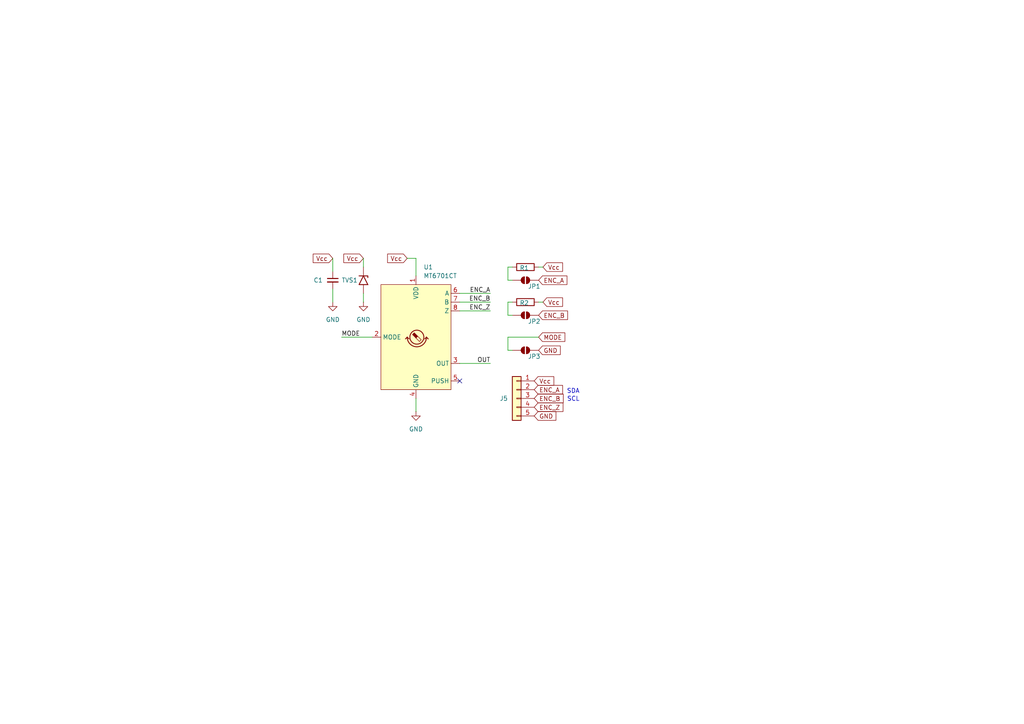
<source format=kicad_sch>
(kicad_sch (version 20250114) (generator "eeschema") (generator_version "9.0")
  (paper "A4")
  (lib_symbols
    (symbol "Connector_Generic:Conn_01x05" (pin_names (offset 1.016) (hide yes))
      (property "Reference" "J" (at 0 7.62 0))
      (property "Value" "Conn_01x05" (at 0 -7.62 0))
      (symbol "Conn_01x05_1_1"
        (rectangle (start -1.27 6.35) (end 1.27 -6.35) (stroke (width 0.254)) (fill (type background)))
        (rectangle (start -1.27 5.207) (end 0 4.953) (stroke (width 0.1524)))
        (rectangle (start -1.27 2.667) (end 0 2.413) (stroke (width 0.1524)))
        (rectangle (start -1.27 0.127) (end 0 -0.127) (stroke (width 0.1524)))
        (rectangle (start -1.27 -2.413) (end 0 -2.667) (stroke (width 0.1524)))
        (rectangle (start -1.27 -4.953) (end 0 -5.207) (stroke (width 0.1524)))
        (pin passive line (at -5.08 5.08 0) (length 3.81) (name "Pin_1") (number "1"))
        (pin passive line (at -5.08 2.54 0) (length 3.81) (name "Pin_2") (number "2"))
        (pin passive line (at -5.08 0 0) (length 3.81) (name "Pin_3") (number "3"))
        (pin passive line (at -5.08 -2.54 0) (length 3.81) (name "Pin_4") (number "4"))
        (pin passive line (at -5.08 -5.08 0) (length 3.81) (name "Pin_5") (number "5"))
      )
    )
    (symbol "Device:C_Small" (pin_numbers (hide yes)) (pin_names (offset 0.254) (hide yes))
      (property "Reference" "C" (at 0.254 1.778 0))
      (property "Value" "C_Small" (at 0.254 -2.032 0))
      (symbol "C_Small_0_1"
        (polyline (pts (xy -1.524 0.508) (xy 1.524 0.508)) (stroke (width 0.3048)))
        (polyline (pts (xy -1.524 -0.508) (xy 1.524 -0.508)) (stroke (width 0.3302)))
      )
      (symbol "C_Small_1_1"
        (pin passive line (at 0 2.54 270) (length 2.032) (name "~") (number "1"))
        (pin passive line (at 0 -2.54 90) (length 2.032) (name "~") (number "2"))
      )
    )
    (symbol "Device:R" (pin_numbers (hide yes)) (pin_names (offset 0))
      (property "Reference" "R" (at 2.032 0 90))
      (property "Value" "R" (at 0 0 90))
      (symbol "R_0_1"
        (rectangle (start -1.016 -2.54) (end 1.016 2.54) (stroke (width 0.254)))
      )
      (symbol "R_1_1"
        (pin passive line (at 0 3.81 270) (length 1.27) (name "~") (number "1"))
        (pin passive line (at 0 -3.81 90) (length 1.27) (name "~") (number "2"))
      )
    )
    (symbol "Diode:SM6T12A" (pin_numbers (hide yes)) (pin_names (offset 1.016) (hide yes))
      (property "Reference" "D" (at 0 2.54 0))
      (property "Value" "SM6T12A" (at 0 -2.54 0))
      (symbol "SM6T12A_0_1"
        (polyline (pts (xy -0.762 1.27) (xy -1.27 1.27) (xy -1.27 -1.27)) (stroke (width 0.254)))
        (polyline (pts (xy 1.27 1.27) (xy 1.27 -1.27) (xy -1.27 0) (xy 1.27 1.27)) (stroke (width 0.254)))
      )
      (symbol "SM6T12A_1_1"
        (pin passive line (at -3.81 0 0) (length 2.54) (name "A1") (number "1"))
        (pin passive line (at 3.81 0 180) (length 2.54) (name "A2") (number "2"))
      )
    )
    (symbol "Jumper:SolderJumper_2_Open" (pin_numbers (hide yes)) (pin_names (offset 0) (hide yes)) (exclude_from_sim yes) (in_bom no)
      (property "Reference" "JP" (at 0 2.032 0))
      (property "Value" "SolderJumper_2_Open" (at 0 -2.54 0))
      (symbol "SolderJumper_2_Open_0_1"
        (polyline (pts (xy -0.254 1.016) (xy -0.254 -1.016)))
        (arc (start -0.254 -1.016) (mid -1.2656 0) (end -0.254 1.016))
        (arc (start -0.254 -1.016) (mid -1.2656 0) (end -0.254 1.016) (fill (type outline)))
        (arc (start 0.254 1.016) (mid 1.2656 0) (end 0.254 -1.016))
        (arc (start 0.254 1.016) (mid 1.2656 0) (end 0.254 -1.016) (fill (type outline)))
        (polyline (pts (xy 0.254 1.016) (xy 0.254 -1.016)))
      )
      (symbol "SolderJumper_2_Open_1_1"
        (pin passive line (at -3.81 0 0) (length 2.54) (name "A") (number "1"))
        (pin passive line (at 3.81 0 180) (length 2.54) (name "B") (number "2"))
      )
    )
    (symbol "Sensor_Magnetic:MT6701CT"
      (property "Reference" "U" (at -9.6632 16.4397 0))
      (property "Value" "MT6701CT" (at 5.5155 16.4397 0))
      (symbol "MT6701CT_0_1"
        (polyline (pts (xy -2.54 0) (xy -3.048 -0.508)) (stroke (width 0.254)))
        (polyline (pts (xy -2.54 0) (xy -2.032 -0.508)) (stroke (width 0.254)))
        (arc (start 3.048 0) (mid 0.254 -2.7819) (end -2.54 0) (stroke (width 0.254)))
        (polyline (pts (xy 3.048 0) (xy 2.54 -0.508)) (stroke (width 0.254)))
        (polyline (pts (xy 3.048 0) (xy 3.556 -0.508)) (stroke (width 0.254)))
      )
      (symbol "MT6701CT_1_1"
        (rectangle (start -10.16 15.24) (end 10.16 -15.24) (fill (type background)))
        (polyline (pts (xy -0.508 1.27) (xy 0.508 0.254) (xy 0 -0.254) (xy -1.016 0.762) (xy -0.762 1.016) (xy -0.508 1.27) (xy -0.381 1.143)) (fill (type outline)))
        (circle (center 0.254 0) (radius 2.032) (stroke (width 0.254)))
        (polyline (pts (xy 0.508 0.254) (xy 1.524 -0.762) (xy 1.016 -1.27) (xy 0 -0.254)))
        (pin input line (at -12.7 0 0) (length 2.54) (name "MODE") (number "2"))
        (pin power_in line (at 0 17.78 270) (length 2.54) (name "VDD") (number "1"))
        (pin power_in line (at 0 -17.78 90) (length 2.54) (name "GND") (number "4"))
        (pin output line (at 12.7 12.7 180) (length 2.54) (name "A") (number "6"))
        (pin output line (at 12.7 10.16 180) (length 2.54) (name "B") (number "7"))
        (pin output line (at 12.7 7.62 180) (length 2.54) (name "Z") (number "8"))
        (pin output line (at 12.7 -7.62 180) (length 2.54) (name "OUT") (number "3"))
        (pin output line (at 12.7 -12.7 180) (length 2.54) (name "PUSH") (number "5"))
      )
    )
    (symbol "power:GND" (power) (pin_numbers (hide yes)) (pin_names (offset 0) (hide yes))
      (property "Value" "GND" (at 0 -3.81 0))
      (symbol "GND_0_1"
        (polyline (pts (xy 0 0) (xy 0 -1.27) (xy 1.27 -1.27) (xy 0 -2.54) (xy -1.27 -1.27) (xy 0 -1.27)))
      )
      (symbol "GND_1_1"
        (pin power_in line (at 0 0 270) (length 0) (name "~") (number "1"))
      )
    )
  )
  (text "SDA" (at 168.148 113.538 0) (effects (font (size 1.27 1.27)) (justify right)))
  (text "SCL\n" (at 168.148 115.824 0) (effects (font (size 1.27 1.27)) (justify right)))
  (no_connect (at 133.35 110.49))
  (wire (pts (xy 147.32 91.44) (xy 147.32 87.63)))
  (wire (pts (xy 120.65 80.01) (xy 120.65 74.93)))
  (wire (pts (xy 133.35 85.09) (xy 142.24 85.09)))
  (wire (pts (xy 96.52 83.82) (xy 96.52 87.63)))
  (wire (pts (xy 133.35 105.41) (xy 142.24 105.41)))
  (wire (pts (xy 147.32 87.63) (xy 148.59 87.63)))
  (wire (pts (xy 148.59 101.6) (xy 147.32 101.6)))
  (wire (pts (xy 148.59 91.44) (xy 147.32 91.44)))
  (wire (pts (xy 96.52 78.74) (xy 96.52 74.93)))
  (wire (pts (xy 147.32 81.28) (xy 147.32 77.47)))
  (wire (pts (xy 147.32 77.47) (xy 148.59 77.47)))
  (wire (pts (xy 156.21 77.47) (xy 157.48 77.47)))
  (wire (pts (xy 133.35 87.63) (xy 142.24 87.63)))
  (wire (pts (xy 105.41 74.93) (xy 105.41 77.47)))
  (wire (pts (xy 148.59 81.28) (xy 147.32 81.28)))
  (wire (pts (xy 147.32 97.79) (xy 156.21 97.79)))
  (wire (pts (xy 120.65 74.93) (xy 118.11 74.93)))
  (wire (pts (xy 147.32 101.6) (xy 147.32 97.79)))
  (wire (pts (xy 120.65 115.57) (xy 120.65 119.38)))
  (wire (pts (xy 107.95 97.79) (xy 99.06 97.79)))
  (wire (pts (xy 156.21 87.63) (xy 157.48 87.63)))
  (wire (pts (xy 105.41 85.09) (xy 105.41 87.63)))
  (wire (pts (xy 133.35 90.17) (xy 142.24 90.17)))
  (label "MODE" (at 99.06 97.79 0))
  (label "ENC_Z" (at 142.24 90.17 180))
  (label "ENC_A" (at 142.24 85.09 180))
  (label "ENC_B" (at 142.24 87.63 180))
  (label "OUT" (at 142.24 105.41 180))
  (global_label "GND" (shape input) (at 154.94 120.65 0) (property "Intersheetrefs" "${INTERSHEET_REFS}" (effects (hide yes))))
  (global_label "MODE" (shape input) (at 156.21 97.79 0) (property "Intersheetrefs" "${INTERSHEET_REFS}" (effects (hide yes))))
  (global_label "ENC_A" (shape input) (at 156.21 81.28 0) (property "Intersheetrefs" "${INTERSHEET_REFS}" (effects (hide yes))))
  (global_label "GND" (shape input) (at 156.21 101.6 0) (property "Intersheetrefs" "${INTERSHEET_REFS}" (effects (hide yes))))
  (global_label "Vcc" (shape input) (at 157.48 87.63 0) (property "Intersheetrefs" "${INTERSHEET_REFS}" (effects (hide yes))))
  (global_label "ENC_Z" (shape input) (at 154.94 118.11 0) (property "Intersheetrefs" "${INTERSHEET_REFS}" (effects (hide yes))))
  (global_label "Vcc" (shape input) (at 96.52 74.93 180) (property "Intersheetrefs" "${INTERSHEET_REFS}" (effects (hide yes))))
  (global_label "ENC_A" (shape input) (at 154.94 113.03 0) (property "Intersheetrefs" "${INTERSHEET_REFS}" (effects (hide yes))))
  (global_label "Vcc" (shape input) (at 105.41 74.93 180) (property "Intersheetrefs" "${INTERSHEET_REFS}" (effects (hide yes))))
  (global_label "Vcc" (shape input) (at 157.48 77.47 0) (property "Intersheetrefs" "${INTERSHEET_REFS}" (effects (hide yes))))
  (global_label "ENC_B" (shape input) (at 154.94 115.57 0) (property "Intersheetrefs" "${INTERSHEET_REFS}" (effects (hide yes))))
  (global_label "Vcc" (shape input) (at 154.94 110.49 0) (property "Intersheetrefs" "${INTERSHEET_REFS}" (effects (hide yes))))
  (global_label "ENC_B" (shape input) (at 156.21 91.44 0) (property "Intersheetrefs" "${INTERSHEET_REFS}" (effects (hide yes))))
  (global_label "Vcc" (shape input) (at 118.11 74.93 180) (property "Intersheetrefs" "${INTERSHEET_REFS}" (effects (hide yes))))
  (symbol (lib_id "Device:C_Small") (at 96.52 81.28 0) (unit 1)
    (property "Reference" "C1" (at 90.932 81.28 0) (effects (justify left)))
    (property "Value" "C_Small" (effects (hide yes)))
    (property "Footprint" "Capacitor_SMD:C_0603_1608Metric" (effects (hide yes)))
    (property "Description" "Unpolarized capacitor, small symbol" (effects (hide yes)))
  )
  (symbol (lib_id "Sensor_Magnetic:MT6701CT") (at 120.65 97.79 0) (unit 1)
    (property "Reference" "U1" (at 122.8441 77.47 0) (effects (justify left)))
    (property "Value" "MT6701CT" (at 122.8441 80.01 0) (effects (justify left)))
    (property "Footprint" "Package_SO:SO-8_3.9x4.9mm_P1.27mm" (effects (hide yes)))
    (property "Datasheet" "https://www.magntek.com.cn/upload/MT6701_Rev.1.5.pdf" (effects (hide yes)))
    (property "Description" "Hall Based Angle Position Encoder Sensor, I2C, SSI, ABZ & UVW interfaces, 3.3..5V supply, SOIC-8" (effects (hide yes)))
  )
  (symbol (lib_id "power:GND") (at 96.52 87.63 0) (unit 1)
    (property "Reference" "#PWR02" (effects (hide yes)))
    (property "Value" "GND" (at 96.52 92.71 0))
    (property "Description" "Power symbol creates a global label with name \"GND\" , ground" (effects (hide yes)))
  )
  (symbol (lib_id "power:GND") (at 120.65 119.38 0) (unit 1)
    (property "Reference" "#PWR01" (effects (hide yes)))
    (property "Value" "GND" (at 120.65 124.46 0))
    (property "Description" "Power symbol creates a global label with name \"GND\" , ground" (effects (hide yes)))
  )
  (symbol (lib_id "Diode:SM6T12A") (at 105.41 81.28 270) (unit 1)
    (property "Reference" "TVS1" (at 99.06 81.28 90) (effects (justify left)))
    (property "Value" "SMFJ6.0A / SMFJ6.0CA" (effects (hide yes)))
    (property "Footprint" "Capacitor_SMD:C_0805_2012Metric" (effects (hide yes)))
  )
  (symbol (lib_id "Connector_Generic:Conn_01x05") (at 149.86 115.57 0) (mirror y) (unit 1)
    (property "Reference" "J5" (at 147.32 115.5699 0) (effects (justify left)))
    (property "Value" "Conn_01x05" (effects (hide yes)))
    (property "Footprint" "Connector_PinHeader_2.54mm:PinHeader_1x05_P2.54mm_Vertical" (effects (hide yes)))
    (property "Description" "Generic connector, single row, 01x05, script generated (kicad-library-utils/schlib/autogen/connector/)" (effects (hide yes)))
  )
  (symbol (lib_id "power:GND") (at 105.41 87.63 0) (unit 1)
    (property "Reference" "#PWR03" (effects (hide yes)))
    (property "Value" "GND" (at 105.41 92.71 0))
    (property "Description" "Power symbol creates a global label with name \"GND\" , ground" (effects (hide yes)))
  )
  (symbol (lib_id "Jumper:SolderJumper_2_Open") (at 152.4 81.28 0) (unit 1) (exclude_from_sim yes) (in_bom no)
    (property "Reference" "JP1" (at 154.94 83.058 0))
    (property "Value" "SolderJumper_2_Open" (effects (hide yes)))
    (property "Footprint" "Jumper:SolderJumper-2_P1.3mm_Open_RoundedPad1.0x1.5mm" (effects (hide yes)))
    (property "Description" "Solder Jumper, 2-pole, open" (effects (hide yes)))
  )
  (symbol (lib_id "Jumper:SolderJumper_2_Open") (at 152.4 91.44 0) (unit 1) (exclude_from_sim yes) (in_bom no)
    (property "Reference" "JP2" (at 154.94 93.218 0))
    (property "Value" "SolderJumper_2_Open" (effects (hide yes)))
    (property "Footprint" "Jumper:SolderJumper-2_P1.3mm_Open_RoundedPad1.0x1.5mm" (effects (hide yes)))
    (property "Description" "Solder Jumper, 2-pole, open" (effects (hide yes)))
  )
  (symbol (lib_id "Jumper:SolderJumper_2_Open") (at 152.4 101.6 0) (unit 1) (exclude_from_sim yes) (in_bom no)
    (property "Reference" "JP3" (at 154.94 103.378 0))
    (property "Value" "SolderJumper_2_Open" (effects (hide yes)))
    (property "Footprint" "Jumper:SolderJumper-2_P1.3mm_Open_RoundedPad1.0x1.5mm" (effects (hide yes)))
    (property "Description" "Solder Jumper, 2-pole, open" (effects (hide yes)))
  )
  (symbol (lib_id "Device:R") (at 152.4 77.47 90) (unit 1)
    (property "Reference" "R1" (at 153.416 77.724 90) (effects (justify left)))
    (property "Value" "R" (effects (hide yes)))
    (property "Footprint" "Resistor_SMD:R_0603_1608Metric" (effects (hide yes)))
    (property "Description" "Resistor" (effects (hide yes)))
  )
  (symbol (lib_id "Device:R") (at 152.4 87.63 90) (unit 1)
    (property "Reference" "R2" (at 153.416 87.884 90) (effects (justify left)))
    (property "Value" "R" (effects (hide yes)))
    (property "Footprint" "Resistor_SMD:R_0603_1608Metric" (effects (hide yes)))
    (property "Description" "Resistor" (effects (hide yes)))
  )
)
</source>
